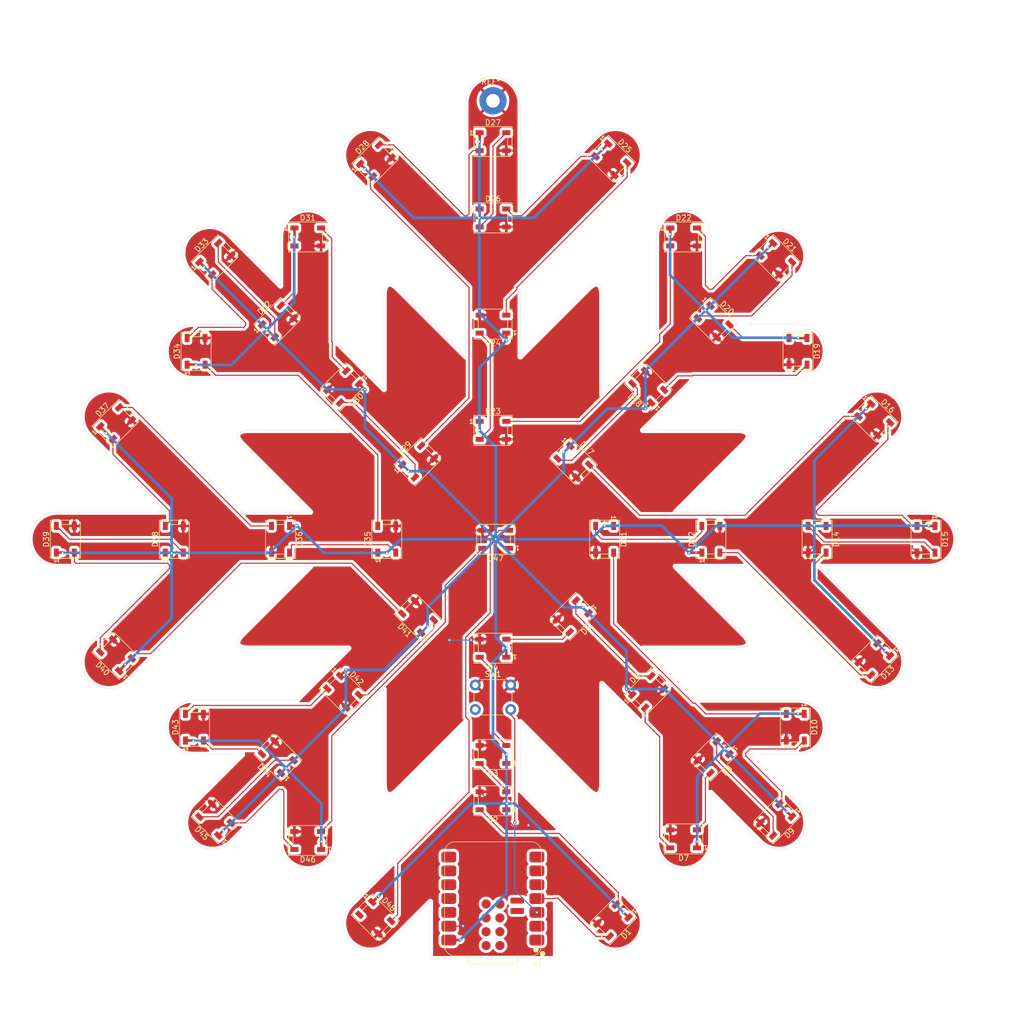
<source format=kicad_pcb>
(kicad_pcb (version 20241129) (generator "pcbnew") (generator_version "8.99")
  (layers (0 "F.Cu" signal) (2 "B.Cu" signal) (13 "F.Paste" user) (15 "B.Paste" user) (5 "F.SilkS" user "F.Silkscreen") (7 "B.SilkS" user "B.Silkscreen") (1 "F.Mask" user) (3 "B.Mask" user) (25 "Edge.Cuts" user))
  (net 0 "")
  (net 1 "VCC")
  (net 2 "LEDs")
  (net 3 "Net-(D1-DOUT)")
  (net 4 "GND")
  (net 5 "Net-(D2-DOUT)")
  (net 6 "Net-(D3-DOUT)")
  (net 7 "Net-(D4-DOUT)")
  (net 8 "Net-(D5-DOUT)")
  (net 9 "Net-(D6-DOUT)")
  (net 10 "Net-(D7-DOUT)")
  (net 11 "Net-(D8-DOUT)")
  (net 12 "Net-(D10-DIN)")
  (net 13 "Net-(D10-DOUT)")
  (net 14 "Net-(D11-DOUT)")
  (net 15 "Net-(D12-DOUT)")
  (net 16 "Net-(D13-DOUT)")
  (net 17 "Net-(D14-DOUT)")
  (net 28 "Net-(U1-GPIO4_A2_D2)")
  (net 37 "Net-(D15-DOUT)")
  (net 38 "Net-(D16-DOUT)")
  (net 39 "Net-(D17-DOUT)")
  (net 40 "Net-(D18-DOUT)")
  (net 41 "Net-(D19-DOUT)")
  (net 42 "Net-(D20-DOUT)")
  (net 43 "Net-(D21-DOUT)")
  (net 44 "Net-(D22-DOUT)")
  (net 45 "Net-(D23-DOUT)")
  (net 46 "Net-(D24-DOUT)")
  (net 47 "Net-(D25-DOUT)")
  (net 48 "Net-(D26-DOUT)")
  (net 49 "Net-(D27-DOUT)")
  (net 50 "Net-(D28-DOUT)")
  (net 51 "Net-(D29-DOUT)")
  (net 52 "Net-(D30-DOUT)")
  (net 53 "Net-(D31-DOUT)")
  (net 54 "Net-(D32-DOUT)")
  (net 55 "Net-(D33-DOUT)")
  (net 56 "Net-(D34-DOUT)")
  (net 57 "Net-(D35-DOUT)")
  (net 58 "Net-(D36-DOUT)")
  (net 59 "Net-(D37-DOUT)")
  (net 60 "Net-(D38-DOUT)")
  (net 61 "Net-(D39-DOUT)")
  (net 62 "Net-(D40-DOUT)")
  (net 63 "Net-(D41-DOUT)")
  (net 64 "Net-(D42-DOUT)")
  (net 65 "Net-(D43-DOUT)")
  (net 66 "Net-(D44-DOUT)")
  (net 67 "Net-(D45-DOUT)")
  (net 68 "Net-(D46-DOUT)")
  (net 69 "Net-(D47-DOUT)")
  (footprint "LED_SMD:LED_WS2812B_PLCC4_5.0x5.0mm_P3.2mm" (layer "F.Cu") (at 162 67 -90)
    (property "Reference" "D19")
    (property "Value" "WS2812B")
  )
  (footprint "LED_SMD:LED_WS2812B_PLCC4_5.0x5.0mm_P3.2mm" (layer "F.Cu") (at 106 28.5)
    (property "Reference" "D27")
    (property "Value" "WS2812B")
  )
  (footprint "LED_SMD:LED_WS2812B_PLCC4_5.0x5.0mm_P3.2mm" (layer "F.Cu") (at 51.2 136 90)
    (property "Reference" "D43")
    (property "Value" "WS2812B")
  )
  (footprint "LED_SMD:LED_WS2812B_PLCC4_5.0x5.0mm_P3.2mm" (layer "F.Cu") (at 106 81.5)
    (property "Reference" "D23")
    (property "Value" "WS2812B")
  )
  (footprint "LED_SMD:LED_WS2812B_PLCC4_5.0x5.0mm_P3.2mm" (layer "F.Cu") (at 66.5 141.5 135)
    (property "Reference" "D44")
    (property "Value" "WS2812B")
  )
  (footprint "LED_SMD:LED_WS2812B_PLCC4_5.0x5.0mm_P3.2mm" (layer "F.Cu") (at 106 42.5)
    (property "Reference" "D26")
    (property "Value" "WS2812B")
  )
  (footprint "LED_SMD:LED_WS2812B_PLCC4_5.0x5.0mm_P3.2mm" (layer "F.Cu") (at 165.5 101.5 -90)
    (property "Reference" "D14")
    (property "Value" "WS2812B")
  )
  (footprint "LED_SMD:LED_WS2812B_PLCC4_5.0x5.0mm_P3.2mm" (layer "F.Cu") (at 36.8 122.8 135)
    (property "Reference" "D40")
    (property "Value" "WS2812B")
  )
  (footprint "LED_SMD:LED_WS2812B_PLCC4_5.0x5.0mm_P3.2mm" (layer "F.Cu") (at 176 123.5 -135)
    (property "Reference" "D13")
    (property "Value" "WS2812B")
  )
  (footprint "LED_SMD:LED_WS2812B_PLCC4_5.0x5.0mm_P3.2mm" (layer "F.Cu") (at 176 79.5 -45)
    (property "Reference" "D16")
    (property "Value" "WS2812B")
  )
  (footprint "LED_SMD:LED_WS2812B_PLCC4_5.0x5.0mm_P3.2mm" (layer "F.Cu") (at 127.736952 31.763052 -45)
    (property "Reference" "D25")
    (property "Value" "WS2812B")
  )
  (footprint "LED_SMD:LED_WS2812B_PLCC4_5.0x5.0mm_P3.2mm" (layer "F.Cu") (at 158 153 -135)
    (property "Reference" "D9")
    (property "Value" "WS2812B")
  )
  (footprint "LED_SMD:LED_WS2812B_PLCC4_5.0x5.0mm_P3.2mm" (layer "F.Cu") (at 51.5 67 90)
    (property "Reference" "D34")
    (property "Value" "WS2812B")
  )
  (footprint "LED_SMD:LED_WS2812B_PLCC4_5.0x5.0mm_P3.2mm" (layer "F.Cu") (at 106 62 180)
    (property "Reference" "D24")
    (property "Value" "WS2812B")
  )
  (footprint "LED_SMD:LED_WS2812B_PLCC4_5.0x5.0mm_P3.2mm" (layer "F.Cu") (at 92.25 115.75 135)
    (property "Reference" "D41")
    (property "Value" "WS2812B")
  )
  (footprint "LED_SMD:LED_WS2812B_PLCC4_5.0x5.0mm_P3.2mm" (layer "F.Cu") (at 84.4 171 -45)
    (property "Reference" "D48")
    (property "Value" "WS2812B")
  )
  (footprint "LED_SMD:LED_WS2812B_PLCC4_5.0x5.0mm_P3.2mm" (layer "F.Cu") (at 47.5 101.5 90)
    (property "Reference" "D38")
    (property "Value" "WS2812B")
  )
  (footprint "LED_SMD:LED_WS2812B_PLCC4_5.0x5.0mm_P3.2mm" (layer "F.Cu") (at 106 121.5 180)
    (property "Reference" "D4")
    (property "Value" "WS2812B")
  )
  (footprint "LED_SMD:LED_WS2812B_PLCC4_5.0x5.0mm_P3.2mm" (layer "F.Cu") (at 55 153 135)
    (property "Reference" "D45")
    (property "Value" "WS2812B")
  )
  (footprint "LED_SMD:LED_WS2812B_PLCC4_5.0x5.0mm_P3.2mm" (layer "F.Cu") (at 120.642135 115.642136 -135)
    (property "Reference" "D5")
    (property "Value" "WS2812B")
  )
  (footprint "LED_SMD:LED_WS2812B_PLCC4_5.0x5.0mm_P3.2mm" (layer "F.Cu") (at 55 50 45)
    (property "Reference" "D33")
    (property "Value" "WS2812B")
  )
  (footprint "LED_SMD:LED_WS2812B_PLCC4_5.0x5.0mm_P3.2mm" (layer "F.Cu") (at 128 171.5 -135)
    (property "Reference" "D1")
    (property "Value" "WS2812B")
  )
  (footprint "LED_SMD:LED_WS2812B_PLCC4_5.0x5.0mm_P3.2mm" (layer "F.Cu") (at 66.5 61.5 45)
    (property "Reference" "D32")
    (property "Value" "WS2812B")
  )
  (footprint "LED_SMD:LED_WS2812B_PLCC4_5.0x5.0mm_P3.2mm" (layer "F.Cu") (at 78.5 129.5 -45)
    (property "Reference" "D42")
    (property "Value" "WS2812B")
  )
  (footprint "LED_SMD:LED_WS2812B_PLCC4_5.0x5.0mm_P3.2mm" (layer "F.Cu") (at 185.5 101.5 -90)
    (property "Reference" "D15")
    (property "Value" "WS2812B")
  )
  (footprint "LED_SMD:LED_WS2812B_PLCC4_5.0x5.0mm_P3.2mm" (layer "F.Cu") (at 72 46)
    (property "Reference" "D31")
    (property "Value" "WS2812B")
  )
  (footprint "LED_SMD:LED_WS2812B_PLCC4_5.0x5.0mm_P3.2mm" (layer "F.Cu") (at 106 141 180)
    (property "Reference" "D3")
    (property "Value" "WS2812B")
  )
  (footprint "LED_SMD:LED_WS2812B_PLCC4_5.0x5.0mm_P3.2mm" (layer "F.Cu") (at 126.5 101.5 -90)
    (property "Reference" "D11")
    (property "Value" "WS2812B")
  )
  (footprint "LED_SMD:LED_WS2812B_PLCC4_5.0x5.0mm_P3.2mm" (layer "F.Cu") (at 146.5 61.5 -45)
    (property "Reference" "D20")
    (property "Value" "WS2812B")
  )
  (footprint "LED_SMD:LED_WS2812B_PLCC4_5.0x5.0mm_P3.2mm" (layer "F.Cu") (at 106 149.5 180)
    (property "Reference" "D2")
    (property "Value" "WS2812B")
  )
  (footprint "Button_Switch_THT:SW_PUSH_6mm" (layer "F.Cu") (at 102.75 128.25)
    (property "Reference" "SW1")
    (property "Value" "SW_Push")
  )
  (footprint "LED_SMD:LED_WS2812B_PLCC4_5.0x5.0mm_P3.2mm" (layer "F.Cu") (at 86.5 101.5 90)
    (property "Reference" "D35")
    (property "Value" "WS2812B")
  )
  (footprint "LED_SMD:LED_WS2812B_PLCC4_5.0x5.0mm_P3.2mm" (layer "F.Cu") (at 84.5 32 45)
    (property "Reference" "D28")
    (property "Value" "WS2812B")
  )
  (footprint "LED_SMD:LED_WS2812B_PLCC4_5.0x5.0mm_P3.2mm" (layer "F.Cu") (at 146.5 141.5 -135)
    (property "Reference" "D8")
    (property "Value" "WS2812B")
  )
  (footprint "LED_SMD:LED_WS2812B_PLCC4_5.0x5.0mm_P3.2mm" (layer "F.Cu") (at 27.5 101.5 90)
    (property "Reference" "D39")
    (property "Value" "WS2812B")
  )
  (footprint "LED_SMD:LED_WS2812B_PLCC4_5.0x5.0mm_P3.2mm" (layer "F.Cu") (at 106.5 101.5 180)
    (property "Reference" "D47")
    (property "Value" "WS2812B")
  )
  (footprint "LED_SMD:LED_WS2812B_PLCC4_5.0x5.0mm_P3.2mm" (layer "F.Cu") (at 161.5 136 -90)
    (property "Reference" "D10")
    (property "Value" "WS2812B")
  )
  (footprint "MountingHole:MountingHole_2.5mm_Pad" (layer "F.Cu") (at 106 21)
    (property "Reference" "REF**")
    (property "Value" "MountingHole_2.5mm_Pad")
  )
  (footprint "LED_SMD:LED_WS2812B_PLCC4_5.0x5.0mm_P3.2mm" (layer "F.Cu") (at 141 46)
    (property "Reference" "D22")
    (property "Value" "WS2812B")
  )
  (footprint "LED_SMD:LED_WS2812B_PLCC4_5.0x5.0mm_P3.2mm" (layer "F.Cu") (at 67 101.5 -90)
    (property "Reference" "D36")
    (property "Value" "WS2812B")
  )
  (footprint "LED_SMD:LED_WS2812B_PLCC4_5.0x5.0mm_P3.2mm" (layer "F.Cu") (at 92.25 87.25 45)
    (property "Reference" "D29")
    (property "Value" "WS2812B")
  )
  (footprint "LED_SMD:LED_WS2812B_PLCC4_5.0x5.0mm_P3.2mm" (layer "F.Cu") (at 72 156.8 180)
    (property "Reference" "D46")
    (property "Value" "WS2812B")
  )
  (footprint "LED_SMD:LED_WS2812B_PLCC4_5.0x5.0mm_P3.2mm" (layer "F.Cu") (at 36.8 80.2 45)
    (property "Reference" "D37")
    (property "Value" "WS2812B")
  )
  (footprint "LED_SMD:LED_WS2812B_PLCC4_5.0x5.0mm_P3.2mm" (layer "F.Cu") (at 78.5 73.5 -135)
    (property "Reference" "D30")
    (property "Value" "WS2812B")
  )
  (footprint "LED_SMD:LED_WS2812B_PLCC4_5.0x5.0mm_P3.2mm" (layer "F.Cu") (at 146 101.5 90)
    (property "Reference" "D12")
    (property "Value" "WS2812B")
  )
  (footprint "LED_SMD:LED_WS2812B_PLCC4_5.0x5.0mm_P3.2mm" (layer "F.Cu") (at 141 156.5 180)
    (property "Reference" "D7")
    (property "Value" "WS2812B")
  )
  (footprint "LED_SMD:LED_WS2812B_PLCC4_5.0x5.0mm_P3.2mm" (layer "F.Cu") (at 134.5 73.5 135)
    (property "Reference" "D18")
    (property "Value" "WS2812B")
  )
  (footprint "LED_SMD:LED_WS2812B_PLCC4_5.0x5.0mm_P3.2mm" (layer "F.Cu") (at 120.75 87.25 -45)
    (property "Reference" "D17")
    (property "Value" "WS2812B")
  )
  (footprint "USBC:XIAO-ESP32S3-SMD" (layer "F.Cu") (at 106 167.5 180)
    (property "Reference" "U1")
    (property "Value" "XIAO-ESP32-C3-SMD")
  )
  (footprint "LED_SMD:LED_WS2812B_PLCC4_5.0x5.0mm_P3.2mm" (layer "F.Cu") (at 134.5 129.5 45)
    (property "Reference" "D6")
    (property "Value" "WS2812B")
  )
  (footprint "LED_SMD:LED_WS2812B_PLCC4_5.0x5.0mm_P3.2mm" (layer "F.Cu") (at 158 50 -45)
    (property "Reference" "D21")
    (property "Value" "WS2812B")
  )
  (gr_line (start 32 120.5) (end 46 106.5) (stroke (width 0.05)) (layer "Edge.Cuts"))
  (gr_curve (pts (xy 123.5 55.5) (xy 126 53) (xy 126 56.5) (xy 126 56.5)) (stroke (width 0.05)) (layer "Edge.Cuts"))
  (gr_line (start 162 53) (end 153 62) (stroke (width 0.05)) (layer "Edge.Cuts"))
  (gr_line (start 143 131) (end 162 131) (stroke (width 0.05)) (layer "Edge.Cuts"))
  (gr_arc (start 58 157) (mid 51 157) (end 51 150) (stroke (width 0.05)) (layer "Edge.Cuts"))
  (gr_line (start 79.5 121.5) (end 61 121.5) (stroke (width 0.05)) (layer "Edge.Cuts"))
  (gr_arc (start 186 96.5) (mid 191 101.5) (end 186 106.5) (stroke (width 0.05)) (layer "Edge.Cuts"))
  (gr_arc (start 39 127.5) (mid 32 127.5) (end 32 120.5) (stroke (width 0.05)) (layer "Edge.Cuts"))
  (gr_line (start 86 74) (end 86 56.5) (stroke (width 0.05)) (layer "Edge.Cuts"))
  (gr_line (start 70 131) (end 79.5 121.5) (stroke (width 0.05)) (layer "Edge.Cuts"))
  (gr_line (start 51 150) (end 60 141) (stroke (width 0.05)) (layer "Edge.Cuts"))
  (gr_line (start 101 147.5) (end 101 135) (stroke (width 0.05)) (layer "Edge.Cuts"))
  (gr_line (start 117.5 168) (end 117.5 178.5) (stroke (width 0.05)) (layer "Edge.Cuts"))
  (gr_line (start 152 96.5) (end 173 75.5) (stroke (width 0.05)) (layer "Edge.Cuts"))
  (gr_curve (pts (xy 88.5 147.5) (xy 86 150) (xy 86 146.5) (xy 86 146.5)) (stroke (width 0.05)) (layer "Edge.Cuts"))
  (gr_curve (pts (xy 152 84) (xy 154.5 81.5) (xy 151 81.5) (xy 151 81.5)) (stroke (width 0.05)) (layer "Edge.Cuts"))
  (gr_line (start 126 75) (end 136 65) (stroke (width 0.05)) (layer "Edge.Cuts"))
  (gr_arc (start 87 175.5) (mid 80 175.5) (end 80 168.5) (stroke (width 0.05)) (layer "Edge.Cuts"))
  (gr_line (start 123.5 147.5) (end 111 135) (stroke (width 0.05)) (layer "Edge.Cuts"))
  (gr_line (start 77 65) (end 86 74) (stroke (width 0.05)) (layer "Edge.Cuts"))
  (gr_line (start 132 34.5) (end 111 55.5) (stroke (width 0.05)) (layer "Edge.Cuts"))
  (gr_arc (start 50.5 52.5) (mid 50.5 45.5) (end 57.5 45.5) (stroke (width 0.05)) (layer "Edge.Cuts"))
  (gr_arc (start 125 27.5) (mid 132 27.5) (end 132 34.5) (stroke (width 0.05)) (layer "Edge.Cuts"))
  (gr_line (start 143 72) (end 133.5 81.5) (stroke (width 0.05)) (layer "Edge.Cuts"))
  (gr_line (start 87 27.5) (end 101 41.5) (stroke (width 0.05)) (layer "Edge.Cuts"))
  (gr_curve (pts (xy 88.5 55.5) (xy 86 53) (xy 86 56.5) (xy 86 56.5)) (stroke (width 0.05)) (layer "Edge.Cuts"))
  (gr_line (start 86 146.5) (end 86 129) (stroke (width 0.05)) (layer "Edge.Cuts"))
  (gr_curve (pts (xy 60 84) (xy 57.5 81.5) (xy 61 81.5) (xy 61 81.5)) (stroke (width 0.05)) (layer "Edge.Cuts"))
  (gr_arc (start 77 157) (mid 72 162) (end 67 157) (stroke (width 0.05)) (layer "Edge.Cuts"))
  (gr_arc (start 32 82.5) (mid 32 75.5) (end 39 75.5) (stroke (width 0.05)) (layer "Edge.Cuts"))
  (gr_line (start 79.5 81.5) (end 70 72) (stroke (width 0.05)) (layer "Edge.Cuts"))
  (gr_line (start 46 96.5) (end 32 82.5) (stroke (width 0.05)) (layer "Edge.Cuts"))
  (gr_line (start 180 82.5) (end 166 96.5) (stroke (width 0.05)) (layer "Edge.Cuts"))
  (gr_curve (pts (xy 60 119) (xy 57.5 121.5) (xy 61 121.5) (xy 61 121.5)) (stroke (width 0.05)) (layer "Edge.Cuts"))
  (gr_line (start 146 55) (end 155 46) (stroke (width 0.05)) (layer "Edge.Cuts"))
  (gr_line (start 133.5 121.5) (end 143 131) (stroke (width 0.05)) (layer "Edge.Cuts"))
  (gr_line (start 152 84) (end 139.5 96.5) (stroke (width 0.05)) (layer "Edge.Cuts"))
  (gr_line (start 94.5 168) (end 87 175.5) (stroke (width 0.05)) (layer "Edge.Cuts"))
  (gr_arc (start 67 46) (mid 72 41) (end 77 46) (stroke (width 0.05)) (layer "Edge.Cuts"))
  (gr_line (start 39 75.5) (end 60 96.5) (stroke (width 0.05)) (layer "Edge.Cuts"))
  (gr_line (start 86 129) (end 77 138) (stroke (width 0.05)) (layer "Edge.Cuts"))
  (gr_line (start 111 41.5) (end 125 27.5) (stroke (width 0.05)) (layer "Edge.Cuts"))
  (gr_line (start 125 175.5) (end 117.5 168) (stroke (width 0.05)) (layer "Edge.Cuts"))
  (gr_line (start 80 168.5) (end 101 147.5) (stroke (width 0.05)) (layer "Edge.Cuts"))
  (gr_line (start 126 56.5) (end 126 75) (stroke (width 0.05)) (layer "Edge.Cuts"))
  (gr_line (start 152 106.5) (end 139.5 106.5) (stroke (width 0.05)) (layer "Edge.Cuts"))
  (gr_line (start 153 62) (end 162 62) (stroke (width 0.05)) (layer "Edge.Cuts"))
  (gr_line (start 166 106.5) (end 180 120.5) (stroke (width 0.05)) (layer "Edge.Cuts"))
  (gr_arc (start 146 157) (mid 141 162) (end 136 157) (stroke (width 0.05)) (layer "Edge.Cuts"))
  (gr_line (start 173 127.5) (end 152 106.5) (stroke (width 0.05)) (layer "Edge.Cuts"))
  (gr_line (start 101 135) (end 88.5 147.5) (stroke (width 0.05)) (layer "Edge.Cuts"))
  (gr_line (start 67 148) (end 58 157) (stroke (width 0.05)) (layer "Edge.Cuts"))
  (gr_line (start 60 141) (end 51 141) (stroke (width 0.05)) (layer "Edge.Cuts"))
  (gr_arc (start 155 46) (mid 162 46) (end 162 53) (stroke (width 0.05)) (layer "Edge.Cuts"))
  (gr_line (start 46 106.5) (end 26 106.5) (stroke (width 0.05)) (layer "Edge.Cuts"))
  (gr_arc (start 136 46) (mid 141 41) (end 146 46) (stroke (width 0.05)) (layer "Edge.Cuts"))
  (gr_line (start 77 46) (end 77 65) (stroke (width 0.05)) (layer "Edge.Cuts"))
  (gr_curve (pts (xy 123.5 147.5) (xy 126 150) (xy 126 146.5) (xy 126 146.5)) (stroke (width 0.05)) (layer "Edge.Cuts"))
  (gr_arc (start 80 34.5) (mid 80 27.5) (end 87 27.5) (stroke (width 0.05)) (layer "Edge.Cuts"))
  (gr_line (start 72.5 96.5) (end 60 84) (stroke (width 0.05)) (layer "Edge.Cuts"))
  (gr_line (start 61 81.5) (end 79.5 81.5) (stroke (width 0.05)) (layer "Edge.Cuts"))
  (gr_arc (start 162 62) (mid 167 67) (end 162 72) (stroke (width 0.05)) (layer "Edge.Cuts"))
  (gr_line (start 101 55.5) (end 80 34.5) (stroke (width 0.05)) (layer "Edge.Cuts"))
  (gr_line (start 166 96.5) (end 186 96.5) (stroke (width 0.05)) (layer "Edge.Cuts"))
  (gr_line (start 111 21.5) (end 111 41.5) (stroke (width 0.05)) (layer "Edge.Cuts"))
  (gr_arc (start 51 72) (mid 46 67) (end 51 62) (stroke (width 0.05)) (layer "Edge.Cuts"))
  (gr_line (start 94.5 178.5) (end 94.5 168) (stroke (width 0.05)) (layer "Edge.Cuts"))
  (gr_line (start 133.5 81.5) (end 151 81.5) (stroke (width 0.05)) (layer "Edge.Cuts"))
  (gr_line (start 111 147.5) (end 132 168.5) (stroke (width 0.05)) (layer "Edge.Cuts"))
  (gr_line (start 146 148) (end 146 157) (stroke (width 0.05)) (layer "Edge.Cuts"))
  (gr_line (start 155 157) (end 146 148) (stroke (width 0.05)) (layer "Edge.Cuts"))
  (gr_line (start 72.5 106.5) (end 60 106.5) (stroke (width 0.05)) (layer "Edge.Cuts"))
  (gr_line (start 70 72) (end 51 72) (stroke (width 0.05)) (layer "Edge.Cuts"))
  (gr_arc (start 51 141) (mid 46 136) (end 51 131) (stroke (width 0.05)) (layer "Edge.Cuts"))
  (gr_curve (pts (xy 152 119) (xy 154.5 121.5) (xy 151 121.5) (xy 151 121.5)) (stroke (width 0.05)) (layer "Edge.Cuts"))
  (gr_line (start 126 128) (end 126 146.5) (stroke (width 0.05)) (layer "Edge.Cuts"))
  (gr_line (start 60 96.5) (end 72.5 96.5) (stroke (width 0.05)) (layer "Edge.Cuts"))
  (gr_line (start 117.5 178.5) (end 94.5 178.5) (stroke (width 0.05)) (layer "Edge.Cuts"))
  (gr_line (start 77 138) (end 77 157) (stroke (width 0.05)) (layer "Edge.Cuts"))
  (gr_line (start 88.5 55.5) (end 101 68) (stroke (width 0.05)) (layer "Edge.Cuts"))
  (gr_arc (start 180 120.5) (mid 180 127.5) (end 173 127.5) (stroke (width 0.05)) (layer "Edge.Cuts"))
  (gr_line (start 136 157) (end 136 138) (stroke (width 0.05)) (layer "Edge.Cuts"))
  (gr_line (start 26 96.5) (end 46 96.5) (stroke (width 0.05)) (layer "Edge.Cuts"))
  (gr_arc (start 101 21.5) (mid 106 16.5) (end 111 21.5) (stroke (width 0.05)) (layer "Edge.Cuts"))
  (gr_line (start 136 65) (end 136 46) (stroke (width 0.05)) (layer "Edge.Cuts"))
  (gr_line (start 186 106.5) (end 166 106.5) (stroke (width 0.05)) (layer "Edge.Cuts"))
  (gr_line (start 153 141) (end 162 150) (stroke (width 0.05)) (layer "Edge.Cuts"))
  (gr_line (start 146 46) (end 146 55) (stroke (width 0.05)) (layer "Edge.Cuts"))
  (gr_line (start 51 62) (end 60 62) (stroke (width 0.05)) (layer "Edge.Cuts"))
  (gr_line (start 111 55.5) (end 111 68) (stroke (width 0.05)) (layer "Edge.Cuts"))
  (gr_arc (start 132 168.5) (mid 131.999997 175.499997) (end 125 175.5) (stroke (width 0.05)) (layer "Edge.Cuts"))
  (gr_line (start 60 62) (end 50.5 52.5) (stroke (width 0.05)) (layer "Edge.Cuts"))
  (gr_arc (start 26 106.5) (mid 21 101.5) (end 26 96.5) (stroke (width 0.05)) (layer "Edge.Cuts"))
  (gr_line (start 162 72) (end 143 72) (stroke (width 0.05)) (layer "Edge.Cuts"))
  (gr_line (start 111 68) (end 123.5 55.5) (stroke (width 0.05)) (layer "Edge.Cuts"))
  (gr_arc (start 162 131) (mid 167 136) (end 162 141) (stroke (width 0.05)) (layer "Edge.Cuts"))
  (gr_line (start 101 41.5) (end 101 21.5) (stroke (width 0.05)) (layer "Edge.Cuts"))
  (gr_arc (start 173 75.5) (mid 180 75.5) (end 180 82.5) (stroke (width 0.05)) (layer "Edge.Cuts"))
  (gr_line (start 162 141) (end 153 141) (stroke (width 0.05)) (layer "Edge.Cuts"))
  (gr_line (start 51 131) (end 70 131) (stroke (width 0.05)) (layer "Edge.Cuts"))
  (gr_line (start 60 119) (end 72.5 106.5) (stroke (width 0.05)) (layer "Edge.Cuts"))
  (gr_line (start 101 68) (end 101 55.5) (stroke (width 0.05)) (layer "Edge.Cuts"))
  (gr_arc (start 162 150) (mid 162 157) (end 155 157) (stroke (width 0.05)) (layer "Edge.Cuts"))
  (gr_line (start 139.5 106.5) (end 152 119) (stroke (width 0.05)) (layer "Edge.Cuts"))
  (gr_line (start 67 157) (end 67 148) (stroke (width 0.05)) (layer "Edge.Cuts"))
  (gr_line (start 39 127.5) (end 60 106.5) (stroke (width 0.05)) (layer "Edge.Cuts"))
  (gr_line (start 57.5 45.5) (end 67 55) (stroke (width 0.05)) (layer "Edge.Cuts"))
  (gr_line (start 111 135) (end 111 147.5) (stroke (width 0.05)) (layer "Edge.Cuts"))
  (gr_line (start 136 138) (end 126 128) (stroke (width 0.05)) (layer "Edge.Cuts"))
  (gr_line (start 67 55) (end 67 46) (stroke (width 0.05)) (layer "Edge.Cuts"))
  (gr_line (start 151 121.5) (end 133.5 121.5) (stroke (width 0.05)) (layer "Edge.Cuts"))
  (gr_line (start 139.5 96.5) (end 152 96.5) (stroke (width 0.05)) (layer "Edge.Cuts"))
  (segment (start 67.065685 144.399138) (end 67.100862 144.399138) (width 0.5) (layer "F.Cu") (net 1))
  (segment (start 74.5 158.4) (end 74.5 157) (width 0.5) (layer "F.Cu") (net 1))
  (segment (start 92.850862 118.649138) (end 94 117.5) (width 0.5) (layer "F.Cu") (net 1))
  (segment (start 142.05 103.95) (end 142 104) (width 0.5) (layer "F.Cu") (net 1))
  (segment (start 160.899138 152.434315) (end 160.899138 152.399138) (width 0.5) (layer "F.Cu") (net 1))
  (segment (start 130.899138 170.899138) (end 130 170) (width 0.5) (layer "F.Cu") (net 1))
  (segment (start 81.434315 72.934315) (end 82.5 74) (width 0.5) (layer "F.Cu") (net 1))
  (segment (start 149.399138 140.934315) (end 149.399138 140.899138) (width 0.5) (layer "F.Cu") (net 1))
  (segment (start 92.815685 118.649138) (end 92.850862 118.649138) (width 0.5) (layer "F.Cu") (net 1))
  (segment (start 135.065685 76.434315) (end 134 77.5) (width 0.5) (layer "F.Cu") (net 1))
  (segment (start 74.45 158.45) (end 74.5 158.4) (width 0.5) (layer "F.Cu") (net 1))
  (segment (start 135.065685 76.399138) (end 135.065685 76.434315) (width 0.5) (layer "F.Cu") (net 1))
  (segment (start 187.15 99.05) (end 186.05 99.05) (width 0.5) (layer "F.Cu") (net 1))
  (segment (start 160.899138 152.399138) (end 160 151.5) (width 0.5) (layer "F.Cu") (net 1))
  (segment (start 108.45 63.65) (end 108.45 64.95) (width 0.5) (layer "F.Cu") (net 1))
  (segment (start 103.55 28.45) (end 103.5 28.5) (width 0.5) (layer "F.Cu") (net 1))
  (segment (start 25.85 103.95) (end 26.95 103.95) (width 0.5) (layer "F.Cu") (net 1))
  (segment (start 108.45 64.95) (end 108.5 65) (width 0.5) (layer "F.Cu") (net 1))
  (segment (start 69.55 44.35) (end 69.55 45.95) (width 0.5) (layer "F.Cu") (net 1))
  (segment (start 108.95 103.15) (end 108.15 103.15) (width 0.5) (layer "F.Cu") (net 1))
  (segment (start 67.100862 144.399138) (end 68 143.5) (width 0.5) (layer "F.Cu") (net 1))
  (segment (start 149.399138 140.899138) (end 148.5 140) (width 0.5) (layer "F.Cu") (net 1))
  (segment (start 157.399138 47.100862) (end 156.5 48) (width 0.5) (layer "F.Cu") (net 1))
  (segment (start 175.399138 76.600862) (end 174.5 77.5) (width 0.5) (layer "F.Cu") (net 1))
  (segment (start 46.95 103.95) (end 47 104) (width 0.5) (layer "F.Cu") (net 1))
  (segment (start 127.171267 28.863914) (end 127.136086 28.863914) (width 0.5) (layer "F.Cu") (net 1))
  (segment (start 83.834315 168.100862) (end 83.899138 168.100862) (width 0.5) (layer "F.Cu") (net 1))
  (segment (start 162.05 64.55) (end 162 64.5) (width 0.5) (layer "F.Cu") (net 1))
  (segment (start 89.350862 87.850862) (end 90.5 89) (width 0.5) (layer "F.Cu") (net 1))
  (segment (start 52.100862 50.600862) (end 53 51.5) (width 0.5) (layer "F.Cu") (net 1))
  (segment (start 144.35 103.95) (end 142.05 103.95) (width 0.5) (layer "F.Cu") (net 1))
  (segment (start 69.55 45.95) (end 69.5 46) (width 0.5) (layer "F.Cu") (net 1))
  (segment (start 123.541273 115.076451) (end 122.5 114.035178) (width 0.5) (layer "F.Cu") (net 1))
  (segment (start 26.95 103.95) (end 27 104) (width 0.5) (layer "F.Cu") (net 1))
  (segment (start 103.55 79.85) (end 103.55 81.45) (width 0.5) (layer "F.Cu") (net 1))
  (segment (start 120.149138 84.350862) (end 119 85.5) (width 0.5) (layer "F.Cu") (net 1))
  (segment (start 33.900862 80.765685) (end 33.900862 80.900862) (width 0.5) (layer "F.Cu") (net 1))
  (segment (start 128.15 99.05) (end 126.55 99.05) (width 0.5) (layer "F.Cu") (net 1))
  (segment (start 108.45 151.15) (end 108.45 150.05) (width 0.5) (layer "F.Cu") (net 1))
  (segment (start 97.896364 175.073) (end 99.927 175.073) (width 0.5) (layer "F.Cu") (net 1))
  (segment (start 33.900862 80.900862) (end 35 82) (width 0.5) (layer "F.Cu") (net 1))
  (segment (start 55.565685 155.899138) (end 55.600862 155.899138) (width 0.5) (layer "F.Cu") (net 1))
  (segment (start 108.45 141.05) (end 108.5 141) (width 0.5) (layer "F.Cu") (net 1))
  (segment (start 130.899138 170.934315) (end 130.899138 170.899138) (width 0.5) (layer "F.Cu") (net 1))
  (segment (start 145.934315 58.600862) (end 145.899138 58.600862) (width 0.5) (layer "F.Cu") (net 1))
  (segment (start 103.55 40.85) (end 103.55 42.45) (width 0.5) (layer "F.Cu") (net 1))
  (segment (start 68.65 99.05) (end 69.95 99.05) (width 0.5) (layer "F.Cu") (net 1))
  (segment (start 165 99) (end 166.05 99.05) (width 0.5) (layer "F.Cu") (net 1))
  (segment (start 178.899138 122.899138) (end 178 122) (width 0.5) (layer "F.Cu") (net 1))
  (segment (start 45.85 103.95) (end 46.95 103.95) (width 0.5) (layer "F.Cu") (net 1))
  (segment (start 157.434315 47.100862) (end 157.399138 47.100862) (width 0.5) (layer "F.Cu") (net 1))
  (segment (start 55.600862 155.899138) (end 56.5 155) (width 0.5) (layer "F.Cu") (net 1))
  (segment (start 37.365685 125.699138) (end 37.365685 125.634315) (width 0.5) (layer "F.Cu") (net 1))
  (segment (start 63.600862 62.065685) (end 63.600862 62.100862) (width 0.5) (layer "F.Cu") (net 1))
  (segment (start 178.899138 122.934315) (end 178.899138 122.899138) (width 0.5) (layer "F.Cu") (net 1))
  (segment (start 163.15 133.55) (end 162.05 133.55) (width 0.5) (layer "F.Cu") (net 1))
  (segment (start 131.600862 130.065685) (end 131.565685 130.065685) (width 0.5) (layer "F.Cu") (net 1))
  (segment (start 49.85 69.45) (end 51.45 69.45) (width 0.5) (layer "F.Cu") (net 1))
  (segment (start 103.55 26.85) (end 103.55 28.45) (width 0.5) (layer "F.Cu") (net 1))
  (segment (start 51.45 69.45) (end 51.5 69.5) (width 0.5) (layer "F.Cu") (net 1))
  (segment (start 77.934315 126.565685) (end 79 125.5) (width 0.5) (layer "F.Cu") (net 1))
  (segment (start 81.399138 72.934315) (end 81.434315 72.934315) (width 0.5) (layer "F.Cu") (net 1))
  (segment (start 81.600862 32.600862) (end 82.5 33.5) (width 0.5) (layer "F.Cu") (net 1))
  (segment (start 84.85 103.95) (end 86.45 103.95) (width 0.5) (layer "F.Cu") (net 1))
  (segment (start 99.927 175.073) (end 100 175) (width 0.5) (layer "F.Cu") (net 1))
  (segment (start 108.45 150.05) (end 108.5 150) (width 0.5) (layer "F.Cu") (net 1))
  (segment (start 162.05 133.55) (end 162 133.5) (width 0.5) (layer "F.Cu") (net 1))
  (segment (start 103.55 42.45) (end 103.5 42.5) (width 0.5) (layer "F.Cu") (net 1))
  (segment (start 103.55 81.45) (end 103.5 81.5) (width 0.5) (layer "F.Cu") (net 1))
  (segment (start 143.45 157.05) (end 143.5 157) (width 0.5) (layer "F.Cu") (net 1))
  (segment (start 63.600862 62.100862) (end 64.5 63) (width 0.5) (layer "F.Cu") (net 1))
  (segment (start 86.45 103.95) (end 86.5 104) (width 0.5) (layer "F.Cu") (net 1))
  (segment (start 81.600862 32.565685) (end 81.600862 32.600862) (width 0.5) (layer "F.Cu") (net 1))
  (segment (start 108.45 121.55) (end 108.5 121.5) (width 0.5) (layer "F.Cu") (net 1))
  (segment (start 163.65 64.55) (end 162.05 64.55) (width 0.5) (layer "F.Cu") (net 1))
  (segment (start 126.55 99.05) (end 126.5 99) (width 0.5) (layer "F.Cu") (net 1))
  (segment (start 83.899138 168.100862) (end 85 167) (width 0.5) (layer "F.Cu") (net 1))
  (segment (start 77.934315 126.600862) (end 77.934315 126.565685) (width 0.5) (layer "F.Cu") (net 1))
  (segment (start 166.05 99.05) (end 167.15 99.05) (width 0.5) (layer "F.Cu") (net 1))
  (segment (start 89.350862 87.815685) (end 89.350862 87.850862) (width 0.5) (layer "F.Cu") (net 1))
  (segment (start 49.55 138.45) (end 50.95 138.45) (width 0.5) (layer "F.Cu") (net 1))
  (segment (start 120.184315 84.350862) (end 120.149138 84.350862) (width 0.5) (layer "F.Cu") (net 1))
  (segment (start 69.95 99.05) (end 70 99) (width 0.5) (layer "F.Cu") (net 1))
  (segment (start 143.45 158.15) (end 143.45 157.05) (width 0.5) (layer "F.Cu") (net 1))
  (segment (start 122.5 114.035178) (end 122.5 114) (width 0.5) (layer "F.Cu") (net 1))
  (segment (start 108.45 142.65) (end 108.45 141.05) (width 0.5) (layer "F.Cu") (net 1))
  (segment (start 175.434315 76.600862) (end 175.399138 76.600862) (width 0.5) (layer "F.Cu") (net 1))
  (segment (start 50.95 138.45) (end 51 138.5) (width 0.5) (layer "F.Cu") (net 1))
  (segment (start 138.55 45.45) (end 138.5 45.5) (width 0.5) (layer "F.Cu") (net 1))
  (segment (start 145.899138 58.600862) (end 145 59.5) (width 0.5) (layer "F.Cu") (net 1))
  (segment (start 186.05 99.05) (end 186 99) (width 0.5) (layer "F.Cu") (net 1))
  (segment (start 37.365685 125.634315) (end 38.5 124.5) (width 0.5) (layer "F.Cu") (net 1))
  (segment (start 131.565685 130.065685) (end 130.5 129) (width 0.5) (layer "F.Cu") (net 1))
  (segment (start 108.45 123.15) (end 108.45 121.55) (width 0.5) (layer "F.Cu") (net 1))
  (segment (start 138.55 44.35) (end 138.55 45.45) (width 0.5) (layer "F.Cu") (net 1))
  (segment (start 108.15 103.15) (end 106.5 101.5) (width 0.5) (layer "F.Cu") (net 1))
  (segment (start 52.100862 50.565685) (end 52.100862 50.600862) (width 0.5) (layer "F.Cu") (net 1))
  (segment (start 127.136086 28.863914) (end 126 30) (width 0.5) (layer "F.Cu") (net 1))
  (via (at 130.5 129) (size 0.6) (drill 0.3) (layers "F.Cu" "B.Cu") (net 1))
  (via (at 56.5 155) (size 0.6) (drill 0.3) (layers "F.Cu" "B.Cu") (net 1))
  (via (at 103.5 81.5) (size 0.6) (drill 0.3) (layers "F.Cu" "B.Cu") (net 1))
  (via (at 90.5 89) (size 0.6) (drill 0.3) (layers "F.Cu" "B.Cu") (net 1))
  (via (at 145 59.5) (size 0.6) (drill 0.3) (layers "F.Cu" "B.Cu") (net 1))
  (via (at 174.5 77.5) (size 0.6) (drill 0.3) (layers "F.Cu" "B.Cu") (net 1))
  (via (at 160 151.5) (size 0.6) (drill 0.3) (layers "F.Cu" "B.Cu") (net 1))
  (via (at 38.5 124.5) (size 0.6) (drill 0.3) (layers "F.Cu" "B.Cu") (net 1))
  (via (at 108.5 141) (size 0.6) (drill 0.3) (layers "F.Cu" "B.Cu") (net 1))
  (via (at 119 85.5) (size 0.6) (drill 0.3) (layers "F.Cu" "B.Cu") (net 1))
  (via (at 74.5 157) (size 0.6) (drill 0.3) (layers "F.Cu" "B.Cu") (net 1))
  (via (at 82.5 74) (size 0.6) (drill 0.3) (layers "F.Cu" "B.Cu") (net 1))
  (via (at 134 77.5) (size 0.6) (drill 0.3) (layers "F.Cu" "B.Cu") (net 1))
  (via (at 106.5 101.5) (size 0.6) (drill 0.3) (layers "F.Cu" "B.Cu") (net 1))
  (via (at 64.5 63) (size 0.6) (drill 0.3) (layers "F.Cu" "B.Cu") (net 1))
  (via (at 27 104) (size 0.6) (drill 0.3) (layers "F.Cu" "B.Cu") (net 1))
  (via (at 122.5 114) (size 0.6) (drill 0.3) (layers "F.Cu" "B.Cu") (net 1))
  (via (at 156.5 48) (size 0.6) (drill 0.3) (layers "F.Cu" "B.Cu") (net 1))
  (via (at 165 99) (size 0.6) (drill 0.3) (layers "F.Cu" "B.Cu") (net 1))
  (via (at 51.5 69.5) (size 0.6) (drill 0.3) (layers "F.Cu" "B.Cu") (net 1))
  (via (at 138.5 45.5) (size 0.6) (drill 0.3) (layers "F.Cu" "B.Cu") (net 1))
  (via (at 86.5 104) (size 0.6) (drill 0.3) (layers "F.Cu" "B.Cu") (net 1))
  (via (at 162 64.5) (size 0.6) (drill 0.3) (layers "F.Cu" "B.Cu") (net 1))
  (via (at 68 143.5) (size 0.6) (drill 0.3) (layers "F.Cu" "B.Cu") (net 1))
  (via (at 47 104) (size 0.6) (drill 0.3) (layers "F.Cu" "B.Cu") (net 1))
  (via (at 79 125.5) (size 0.6) (drill 0.3) (layers "F.Cu" "B.Cu") (net 1))
  (via (at 94 117.5) (size 0.6) (drill 0.3) (layers "F.Cu" "B.Cu") (net 1))
  (via (at 143.5 157) (size 0.6) (drill 0.3) (layers "F.Cu" "B.Cu") (net 1))
  (via (at 186 99) (size 0.6) (drill 0.3) (layers "F.Cu" "B.Cu") (net 1))
  (via (at 69.5 46) (size 0.6) (drill 0.3) (layers "F.Cu" "B.Cu") (net 1))
  (via (at 108.5 121.5) (size 0.6) (drill 0.3) (layers "F.Cu" "B.Cu") (net 1))
  (via (at 103.5 42.5) (size 0.6) (drill 0.3) (layers "F.Cu" "B.Cu") (net 1))
  (via (at 70 99) (size 0.6) (drill 0.3) (layers "F.Cu" "B.Cu") (net 1))
  (via (at 108.5 150) (size 0.6) (drill 0.3) (layers "F.Cu" "B.Cu") (net 1))
  (via (at 35 82) (size 0.6) (drill 0.3) (layers "F.Cu" "B.Cu") (net 1))
  (via (at 148.5 140) (size 0.6) (drill 0.3) (layers "F.Cu" "B.Cu") (net 1))
  (via (at 103.5 28.5) (size 0.6) (drill 0.3) (layers "F.Cu" "B.Cu") (net 1))
  (via (at 53 51.5) (size 0.6) (drill 0.3) (layers "F.Cu" "B.Cu") (net 1))
  (via (at 85 167) (size 0.6) (drill 0.3) (layers "F.Cu" "B.Cu") (net 1))
  (via (at 126 30) (size 0.6) (drill 0.3) (layers "F.Cu" "B.Cu") (net 1))
  (via (at 51 138.5) (size 0.6) (drill 0.3) (layers "F.Cu" "B.Cu") (net 1))
  (via (at 142 104) (size 0.6) (drill 0.3) (layers "F.Cu" "B.Cu") (net 1))
  (via (at 82.5 33.5) (size 0.6) (drill 0.3) (layers "F.Cu" "B.Cu") (net 1))
  (via (at 178 122) (size 0.6) (drill 0.3) (layers "F.Cu" "B.Cu") (net 1))
  (via (at 126.5 99) (size 0.6) (drill 0.3) (layers "F.Cu" "B.Cu") (net 1))
  (via (at 100 175) (size 0.6) (drill 0.3) (layers "F.Cu" "B.Cu") (net 1))
  (via (at 108.5 65) (size 0.6) (drill 0.3) (layers "F.Cu" "B.Cu") (net 1))
  (via (at 162 133.5) (size 0.6) (drill 0.3) (layers "F.Cu" "B.Cu") (net 1))
  (via (at 130 170) (size 0.6) (drill 0.3) (layers "F.Cu" "B.Cu") (net 1))
  (segment (start 69.5 46) (end 69.5 58) (width 0.5) (layer "B.Cu") (net 1))
  (segment (start 47 116) (end 47 104) (width 0.5) (layer "B.Cu") (net 1))
  (segment (start 79 125.5) (end 86 125.5) (width 0.5) (layer "B.Cu") (net 1))
  (segment (start 156.5 48) (end 145 59.5) (width 0.5) (layer "B.Cu") (net 1))
  (segment (start 65 104) (end 70 99) (width 0.5) (layer "B.Cu") (net 1))
  (segment (start 103.5 81.5) (end 106.5 84.5) (width 0.5) (layer "B.Cu") (net 1))
  (segment (start 103.5 60) (end 108.5 65) (width 0.5) (layer "B.Cu") (net 1))
  (segment (start 126 30) (end 113.5 42.5) (width 0.5) (layer "B.Cu") (net 1))
  (segment (start 79 132.5) (end 79 125.5) (width 0.5) (layer "B.Cu") (net 1))
  (segment (start 145 59.5) (end 134 70.5) (width 0.5) (layer "B.Cu") (net 1))
  (segment (start 108.5 121.5) (end 106.5 119.5) (width 0.5) (layer "B.Cu") (net 1))
  (segment (start 143.5 145) (end 148.5 140) (width 0.5) (layer "B.Cu") (net 1))
  (segment (start 63 138.5) (end 68 143.5) (width 0.5) (layer "B.Cu") (net 1))
  (segment (start 86 125.5) (end 94 117.5) (width 0.5) (layer "B.Cu") (net 1))
  (segment (start 119 114) (end 106.5 101.5) (width 0.5) (layer "B.Cu") (net 1))
  (segment (start 124 101.5) (end 106.5 101.5) (width 0.5) (layer "B.Cu") (net 1))
  (segment (start 51 138.5) (end 63 138.5) (width 0.5) (layer "B.Cu") (net 1))
  (segment (start 56.5 155) (end 68 143.5) (width 0.5) (layer "B.Cu") (net 1))
  (segment (start 165 109) (end 165 99) (width 0.5) (layer "B.Cu") (net 1))
  (segment (start 178 122) (end 165 109) (width 0.5) (layer "B.Cu") (net 1))
  (segment (start 82.5 81) (end 90.5 89) (width 0.5) (layer "B.Cu") (net 1))
  (segment (start 142 104) (end 137 99) (width 0.5) (layer "B.Cu") (net 1))
  (segment (start 38.5 124.5) (end 47 116) (width 0.5) (layer "B.Cu") (net 1))
  (segment (start 85 167) (end 102 150) (width 0.5) (layer "B.Cu") (net 1))
  (segment (start 108.5 150) (end 108.5 141) (width 0.5) (layer "B.Cu") (net 1))
  (segment (start 155 133.5) (end 148.5 140) (width 0.5) (layer "B.Cu") (net 1))
  (segment (start 106.5 84.5) (end 106.5 101.5) (width 0.5) (layer "B.Cu") (net 1))
  (segment (start 94 117.5) (end 94 114) (width 0.5) (layer "B.Cu") (net 1))
  (segment (start 100 175) (end 108.5 166.5) (width 0.5) (layer "B.Cu") (net 1))
  (segment (start 130.5 122) (end 122.5 114) (width 0.5) (layer "B.Cu") (net 1))
  (segment (start 51.5 69.5) (end 58 69.5) (width 0.5) (layer "B.Cu") (net 1))
  (segment (start 106.5 119.5) (end 106.5 101.5) (width 0.5) (layer "B.Cu") (net 1))
  (segment (start 64.5 63) (end 75.5 74) (width 0.5) (layer "B.Cu") (net 1))
  (segment (start 58 69.5) (end 64.5 63) (width 0.5) (layer "B.Cu") (net 1))
  (segment (start 108.5 141) (end 106 138.5) (width 0.5) (layer "B.Cu") (net 1))
  (segment (start 148.5 140) (end 137.5 129) (width 0.5) (layer "B.Cu") (net 1))
  (segment (start 130.5 129) (end 130.5 122) (width 0.5) (layer "B.Cu") (net 1))
  (segment (start 134 77.5) (end 127 77.5) (width 0.5) (layer "B.Cu") (net 1))
  (segment (start 103.5 28.5) (end 103.5 42.5) (width 0.5) (layer "B.Cu") (net 1))
  (segment (start 122.5 114) (end 119 114) (width 0.5) (layer "B.Cu") (net 1))
  (segment (start 69.5 58) (end 64.5 63) (width 0.5) (layer "B.Cu") (net 1))
  (segment (start 94 89) (end 106.5 101.5) (width 0.5) (layer "B.Cu") (net 1))
  (segment (start 103.5 42.5) (end 103.5 60) (width 0.5) (layer "B.Cu") (net 1))
  (segment (start 86.5 104) (end 89 101.5) (width 0.5) (layer "B.Cu") (net 1))
  (segment (start 47 94) (end 47 104) (width 0.5) (layer "B.Cu") (net 1))
  (segment (start 143.5 157) (end 143.5 145) (width 0.5) (layer "B.Cu") (net 1))
  (segment (start 126.5 99) (end 124 101.5) (width 0.5) (layer "B.Cu") (net 1))
  (segment (start 162 133.5) (end 155 133.5) (width 0.5) (layer "B.Cu") (net 1))
  (segment (start 27 104) (end 47 104) (width 0.5) (layer "B.Cu") (net 1))
  (segment (start 134 70.5) (end 134 77.5) (width 0.5) (layer "B.Cu") (net 1))
  (segment (start 94 114) (end 106.5 101.5) (width 0.5) (layer "B.Cu") (net 1))
  (segment (start 138.5 53) (end 145 59.5) (width 0.5) (layer "B.Cu") (net 1))
  (segment (start 113.5 42.5) (end 103.5 42.5) (width 0.5) (layer "B.Cu") (net 1))
  (segment (start 137 99) (end 126.5 99) (width 0.5) (layer "B.Cu") (net 1))
  (segment (start 75 104) (end 86.5 104) (width 0.5) (layer "B.Cu") (net 1))
  (segment (start 91.5 42.5) (end 103.5 42.5) (width 0.5) (layer "B.Cu") (net 1))
  (segment (start 165 99) (end 147 99) (width 0.5) (layer "B.Cu") (net 1))
  (segment (start 106 138.5) (end 106 124) (width 0.5) (layer "B.Cu") (net 1))
  (segment (start 108.5 65) (end 103.5 70) (width 0.5) (layer "B.Cu") (net 1))
  (segment (start 119 89) (end 106.5 101.5) (width 0.5) (layer "B.Cu") (net 1))
  (segment (start 102 150) (end 108.5 150) (width 0.5) (layer "B.Cu") (net 1))
  (segment (start 35 82) (end 47 94) (width 0.5) (layer "B.Cu") (net 1))
  (segment (start 165 99) (end 165 87) (width 0.5) (layer "B.Cu") (net 1))
  (segment (start 89 101.5) (end 106.5 101.5) (width 0.5) (layer "B.Cu") (net 1))
  (segment (start 130 170) (end 110 150) (width 0.5) (layer "B.Cu") (net 1))
  (segment (start 150 64.5) (end 145 59.5) (width 0.5) (layer "B.Cu") (net 1))
  (segment (start 127 77.5) (end 119 85.5) (width 0.5) (layer "B.Cu") (net 1))
  (segment (start 82.5 33.5) (end 91.5 42.5) (width 0.5) (layer "B.Cu") (net 1))
  (segment (start 103.5 70) (end 103.5 81.5) (width 0.5) (layer "B.Cu") (net 1))
  (segment (start 106 124) (end 108.5 121.5) (width 0.5) (layer "B.Cu") (net 1))
  (segment (start 186 99) (end 165 99) (width 0.5) (layer "B.Cu") (net 1))
  (segment (start 68 143.5) (end 79 132.5) (width 0.5) (layer "B.Cu") (net 1))
  (segment (start 70 99) (end 75 104) (width 0.5) (layer "B.Cu") (net 1))
  (segment (start 108.5 166.5) (end 108.5 150) (width 0.5) (layer "B.Cu") (net 1))
  (segment (start 74.5 150) (end 68 143.5) (width 0.5) (layer "B.Cu") (net 1))
  (segment (start 74.5 157) (end 74.5 150) (width 0.5) (layer "B.Cu") (net 1))
  (segment (start 138.5 45.5) (end 138.5 53) (width 0.5) (layer "B.Cu") (net 1))
  (segment (start 165 87) (end 174.5 77.5) (width 0.5) (layer "B.Cu") (net 1))
  (segment (start 110 150) (end 108.5 150) (width 0.5) (layer "B.Cu") (net 1))
  (segment (start 53 51.5) (end 64.5 63) (width 0.5) (layer "B.Cu") (net 1))
  (segment (start 82.5 74) (end 82.5 81) (width 0.5) (layer "B.Cu") (net 1))
  (segment (start 119 85.5) (end 119 89) (width 0.5) (layer "B.Cu") (net 1))
  (segment (start 160 151.5) (end 148.5 140) (width 0.5) (layer "B.Cu") (net 1))
  (segment (start 162 64.5) (end 150 64.5) (width 0.5) (layer "B.Cu") (net 1))
  (segment (start 147 99) (end 142 104) (width 0.5) (layer "B.Cu") (net 1))
  (segment (start 90.5 89) (end 94 89) (width 0.5) (layer "B.Cu") (net 1))
  (segment (start 75.5 74) (end 82.5 74) (width 0.5) (layer "B.Cu") (net 1))
  (segment (start 47 104) (end 65 104) (width 0.5) (layer "B.Cu") (net 1))
  (segment (start 137.5 129) (end 130.5 129) (width 0.5) (layer "B.Cu") (net 1))
  (segment (start 117.899 167.399) (end 124.899138 174.399138) (width 0.2) (layer "F.Cu") (net 2))
  (segment (start 114.061364 167.453) (end 117.197058 167.453) (width 0.2) (layer "F.Cu") (net 2))
  (segment (start 124.899138 174.399138) (end 127.434315 174.399138) (width 0.2) (layer "F.Cu") (net 2))
  (segment (start 117.197058 167.453) (end 117.251058 167.399) (width 0.2) (layer "F.Cu") (net 2))
  (segment (start 117.251058 167.399) (end 117.899 167.399) (width 0.2) (layer "F.Cu") (net 2))
  (segment (start 129 168.166547) (end 129 166.349942) (width 0.2) (layer "F.Cu") (net 3))
  (segment (start 103.65 151.15) (end 103.55 151.15) (width 0.2) (layer "F.Cu") (net 3))
  (segment (start 118.150058 155.5) (end 108 155.5) (width 0.2) (layer "F.Cu") (net 3))
  (segment (start 128.565685 168.600862) (end 129 168.166547) (width 0.2) (layer "F.Cu") (net 3))
  (segment (start 129 166.349942) (end 118.150058 155.5) (width 0.2) (layer "F.Cu") (net 3))
  (segment (start 108 155.5) (end 103.65 151.15) (width 0.2) (layer "F.Cu") (net 3))
  (segment (start 110.248943 154.101) (end 110.349943 154) (width 0.2) (layer "F.Cu") (net 4))
  (segment (start 110.349943 154) (end 112.5 154) (width 0.2) (layer "F.Cu") (net 4))
  (segment (start 102.15 119.85) (end 102 120) (width 0.2) (layer "F.Cu") (net 4))
  (segment (start 183.85 103.95) (end 182.4 102.5) (width 0.2) (layer "F.Cu") (net 4))
  (segment (start 109.399 153.748943) (end 109.751057 154.101) (width 0.2) (layer "F.Cu") (net 4))
  (segment (start 103.55 147.85) (end 109.399 153.699) (width 0.2) (layer "F.Cu") (net 4))
  (segment (start 165.3 102.5) (end 163.85 103.95) (width 0.2) (layer "F.Cu") (net 4))
  (segment (start 97.896364 172.533) (end 100.467 172.533) (width 0.2) (layer "F.Cu") (net 4))
  (segment (start 182.4 102.5) (end 165.3 102.5) (width 0.2) (layer "F.Cu") (net 4))
  (segment (start 103.55 119.85) (end 102.15 119.85) (width 0.2) (layer "F.Cu") (net 4))
  (segment (start 109.751057 154.101) (end 110.248943 154.101) (width 0.2) (layer "F.Cu") (net 4))
  (segment (start 109.399 153.699) (end 109.399 153.748943) (width 0.2) (layer "F.Cu") (net 4))
  (segment (start 100.467 172.533) (end 100.5 172.5) (width 0.2) (layer "F.Cu") (net 4))
  (via (at 98 120) (size 0.6) (drill 0.3) (layers "F.Cu" "B.Cu") (net 4))
  (via (at 100.5 172.5) (size 0.6) (drill 0.3) (layers "F.Cu" "B.Cu") (net 4))
  (via (at 102 120) (size 0.6) (drill 0.3) (layers "F.Cu" "B.Cu") (net 4))
  (via (at 112.5 154) (size 0.6) (drill 0.3) (layers "F.Cu" "B.Cu") (net 4))
  (segment (start 102 120) (end 98 120) (width 0.2) (layer "B.Cu") (net 4))
  (segment (start 108.45 147.55) (end 103.55 142.65) (width 0.2) (layer "F.Cu") (net 5))
  (segment (start 108.45 147.85) (end 108.45 147.55) (width 0.2) (layer "F.Cu") (net 5))
  (segment (start 106 136.9) (end 106 125.6) (width 0.2) (layer "F.Cu") (net 6))
  (segment (start 108.45 139.35) (end 106 136.9) (width 0.2) (layer "F.Cu") (net 6))
  (segment (start 106 125.6) (end 103.55 123.15) (width 0.2) (layer "F.Cu") (net 6))
  (segment (start 108.45 119.85) (end 118.767724 119.85) (width 0.2) (layer "F.Cu") (net 7))
  (segment (start 118.767724 119.85) (end 120.07645 118.541274) (width 0.2) (layer "F.Cu") (net 7))
  (segment (start 121.20782 112.742998) (end 121.20782 115.20782) (width 0.2) (layer "F.Cu") (net 8))
  (segment (start 132.600862 126.600862) (end 135.065685 126.600862) (width 0.2) (layer "F.Cu") (net 8))
  (segment (start 121.20782 115.20782) (end 132.600862 126.600862) (width 0.2) (layer "F.Cu") (net 8))
  (segment (start 133.934315 132.399138) (end 133.934315 135.084373) (width 0.2) (layer "F.Cu") (net 9))
  (segment (start 136.601 137.751058) (end 136.601 156.201) (width 0.2) (layer "F.Cu") (net 9))
  (segment (start 133.934315 135.084373) (end 136.601 137.751058) (width 0.2) (layer "F.Cu") (net 9))
  (segment (start 136.601 156.201) (end 138.55 158.15) (width 0.2) (layer "F.Cu") (net 9))
  (segment (start 145 145.333453) (end 145 153.3) (width 0.2) (layer "F.Cu") (net 10))
  (segment (start 145 153.3) (end 143.45 154.85) (width 0.2) (layer "F.Cu") (net 10))
  (segment (start 145.934315 144.399138) (end 145 145.333453) (width 0.2) (layer "F.Cu") (net 10))
  (segment (start 147.065685 138.600862) (end 147.065685 142.065685) (width 0.2) (layer "F.Cu") (net 11))
  (segment (start 147.065685 142.065685) (end 157.434315 152.434315) (width 0.2) (layer "F.Cu") (net 11))
  (segment (start 157.434315 152.434315) (end 157.434315 155.899138) (width 0.2) (layer "F.Cu") (net 11))
  (segment (start 153.150058 140) (end 161.6 140) (width 0.2) (layer "F.Cu") (net 12))
  (segment (start 159 149.666547) (end 159 147.849942) (width 0.2) (layer "F.Cu") (net 12))
  (segment (start 161.6 140) (end 163.15 138.45) (width 0.2) (layer "F.Cu") (net 12))
  (segment (start 159 147.849942) (end 152.399 141.248942) (width 0.2) (layer "F.Cu") (net 12))
  (segment (start 152.399 141.248942) (end 152.399 140.751058) (width 0.2) (layer "F.Cu") (net 12))
  (segment (start 152.399 140.751058) (end 153.150058 140) (width 0.2) (layer "F.Cu") (net 12))
  (segment (start 158.565685 150.100862) (end 159 149.666547) (width 0.2) (layer "F.Cu") (net 12))
  (segment (start 143.101 131.601) (end 142.751058 131.601) (width 0.2) (layer "F.Cu") (net 13))
  (segment (start 142.751058 131.601) (end 128.15 116.999942) (width 0.2) (layer "F.Cu") (net 13))
  (segment (start 159.85 133.55) (end 145.05 133.55) (width 0.2) (layer "F.Cu") (net 13))
  (segment (start 128.15 116.999942) (end 128.15 103.95) (width 0.2) (layer "F.Cu") (net 13))
  (segment (start 145.05 133.55) (end 143.101 131.601) (width 0.2) (layer "F.Cu") (net 13))
  (segment (start 144.35 99.05) (end 144.35 100.15) (width 0.2) (layer "F.Cu") (net 14))
  (segment (start 144.35 100.15) (end 143 101.5) (width 0.2) (layer "F.Cu") (net 14))
  (segment (start 143 101.5) (end 126 101.5) (width 0.2) (layer "F.Cu") (net 14))
  (segment (start 124.85 100.35) (end 124.85 99.05) (width 0.2) (layer "F.Cu") (net 14))
  (segment (start 126 101.5) (end 124.85 100.35) (width 0.2) (layer "F.Cu") (net 14))
  (segment (start 150.95 103.95) (end 173.399138 126.399138) (width 0.2) (layer "F.Cu") (net 15))
  (segment (start 147.65 103.95) (end 150.95 103.95) (width 0.2) (layer "F.Cu") (net 15))
  (segment (start 173.399138 126.399138) (end 175.434315 126.399138) (width 0.2) (layer "F.Cu") (net 15))
  (segment (start 167.15 103.95) (end 165 106.1) (width 0.2) (layer "F.Cu") (net 16))
  (segment (start 165 109.035177) (end 176.565685 120.600862) (width 0.2) (layer "F.Cu") (net 16))
  (segment (start 165 106.1) (end 165 109.035177) (width 0.2) (layer "F.Cu") (net 16))
  (segment (start 185.2 102) (end 187.15 103.95) (width 0.2) (layer "F.Cu") (net 17))
  (segment (start 166.8 102) (end 185.2 102) (width 0.2) (layer "F.Cu") (net 17))
  (segment (start 163.85 99.05) (end 166.8 102) (width 0.2) (layer "F.Cu") (net 17))
  (segment (start 109.25 133.75) (end 110 134.5) (width 0.2) (layer "F.Cu") (net 28))
  (segment (start 110 134.5) (end 110 153.5) (width 0.2) (layer "F.Cu") (net 28))
  (segment (start 109.25 132.75) (end 109.25 133.75) (width 0.2) (layer "F.Cu") (net 28))
  (via (at 110 153.5) (size 0.6) (drill 0.3) (layers "F.Cu" "B.Cu") (net 28))
  (via (at 114.061364 169.993) (size 0.6) (drill 0.3) (layers "F.Cu" "B.Cu") (net 28))
  (segment (start 110 153.5) (end 110 165.931636) (width 0.2) (layer "B.Cu") (net 28))
  (segment (start 110 165.931636) (end 114.061364 169.993) (width 0.2) (layer "B.Cu") (net 28))
  (segment (start 165.399 96.251058) (end 178.5 83.150058) (width 0.2) (layer "F.Cu") (net 37))
  (segment (start 178.5 83.150058) (end 178.5 80.464823) (width 0.2) (layer "F.Cu") (net 37))
  (segment (start 165.751058 97.101) (end 165.399 96.748942) (width 0.2) (layer "F.Cu") (net 37))
  (segment (start 183.85 99.05) (end 183.05 99.05) (width 0.2) (layer "F.Cu") (net 37))
  (segment (start 178.5 80.464823) (end 178.899138 80.065685) (width 0.2) (layer "F.Cu") (net 37))
  (segment (start 165.399 96.748942) (end 165.399 96.251058) (width 0.2) (layer "F.Cu") (net 37))
  (segment (start 181.101 97.101) (end 165.751058 97.101) (width 0.2) (layer "F.Cu") (net 37))
  (segment (start 183.05 99.05) (end 181.101 97.101) (width 0.2) (layer "F.Cu") (net 37))
  (segment (start 173.100862 78.934315) (end 170.415627 78.934315) (width 0.2) (layer "F.Cu") (net 38))
  (segment (start 132.934453 97.101) (end 123.649138 87.815685) (width 0.2) (layer "F.Cu") (net 38))
  (segment (start 170.415627 78.934315) (end 152.248942 97.101) (width 0.2) (layer "F.Cu") (net 38))
  (segment (start 152.248942 97.101) (end 132.934453 97.101) (width 0.2) (layer "F.Cu") (net 38))
  (segment (start 120.5 87) (end 132.5 75) (width 0.2) (layer "F.Cu") (net 39))
  (segment (start 117.850862 86.684315) (end 118.166547 87) (width 0.2) (layer "F.Cu") (net 39))
  (segment (start 132.5 73.833453) (end 131.600862 72.934315) (width 0.2) (layer "F.Cu") (net 39))
  (segment (start 118.166547 87) (end 120.5 87) (width 0.2) (layer "F.Cu") (net 39))
  (segment (start 132.5 75) (end 132.5 73.833453) (width 0.2) (layer "F.Cu") (net 39))
  (segment (start 142.650058 71.5) (end 142.751058 71.399) (width 0.2) (layer "F.Cu") (net 40))
  (segment (start 137.399138 74.065685) (end 139.964823 71.5) (width 0.2) (layer "F.Cu") (net 40))
  (segment (start 161.701 71.399) (end 163.65 69.45) (width 0.2) (layer "F.Cu") (net 40))
  (segment (start 142.751058 71.399) (end 161.701 71.399) (width 0.2) (layer "F.Cu") (net 40))
  (segment (start 139.964823 71.5) (end 142.650058 71.5) (width 0.2) (layer "F.Cu") (net 40))
  (segment (start 160.35 64.55) (end 151.883453 64.55) (width 0.2) (layer "F.Cu") (net 41))
  (segment (start 151.883453 64.55) (end 149.399138 62.065685) (width 0.2) (layer "F.Cu") (net 41))
  (segment (start 160.899138 53.100862) (end 153.5 60.5) (width 0.2) (layer "F.Cu") (net 42))
  (segment (start 153.5 60.5) (end 144.035177 60.5) (width 0.2) (layer "F.Cu") (net 42))
  (segment (start 144.035177 60.5) (end 143.600862 60.934315) (width 0.2) (layer "F.Cu") (net 42))
  (segment (start 160.899138 50.565685) (end 160.899138 53.100862) (width 0.2) (layer "F.Cu") (net 42))
  (segment (start 152.415627 49.434315) (end 146.248942 55.601) (width 0.2) (layer "F.Cu") (net 43))
  (segment (start 145 45.9) (end 143.45 44.35) (width 0.2) (layer "F.Cu") (net 43))
  (segment (start 145.751058 55.601) (end 145 54.849942) (width 0.2) (layer "F.Cu") (net 43))
  (segment (start 145 54.849942) (end 145 45.9) (width 0.2) (layer "F.Cu") (net 43))
  (segment (start 155.100862 49.434315) (end 152.415627 49.434315) (width 0.2) (layer "F.Cu") (net 43))
  (segment (start 146.248942 55.601) (end 145.751058 55.601) (width 0.2) (layer "F.Cu") (net 43))
  (segment (start 136.601 63.899) (end 136.601 65.248942) (width 0.2) (layer "F.Cu") (net 44))
  (segment (start 138.55 61.95) (end 136.601 63.899) (width 0.2) (layer "F.Cu") (net 44))
  (segment (start 121.999942 79.85) (end 108.45 79.85) (width 0.2) (layer "F.Cu") (net 44))
  (segment (start 138.55 47.65) (end 138.55 61.95) (width 0.2) (layer "F.Cu") (net 44))
  (segment (start 136.601 65.248942) (end 121.999942 79.85) (width 0.2) (layer "F.Cu") (net 44))
  (segment (start 105.5 65.6) (end 103.55 63.65) (width 0.2) (layer "F.Cu") (net 45))
  (segment (start 103.55 83.15) (end 105.5 81.2) (width 0.2) (layer "F.Cu") (net 45))
  (segment (start 105.5 81.2) (end 105.5 65.6) (width 0.2) (layer "F.Cu") (net 45))
  (segment (start 130.63609 35.013968) (end 130.63609 32.328737) (width 0.2) (layer "F.Cu") (net 46))
  (segment (start 108.45 57.55) (end 110.399 55.601) (width 0.2) (layer "F.Cu") (net 46))
  (segment (start 108.45 60.35) (end 108.45 57.55) (width 0.2) (layer "F.Cu") (net 46))
  (segment (start 110.399 55.601) (end 110.399 55.251058) (width 0.2) (layer "F.Cu") (net 46))
  (segment (start 110.399 55.251058) (end 130.63609 35.013968) (width 0.2) (layer "F.Cu") (net 46))
  (segment (start 124.837814 31.197367) (end 122.152575 31.197367) (width 0.2) (layer "F.Cu") (net 47))
  (segment (start 111.248942 42.101) (end 109.701 42.101) (width 0.2) (layer "F.Cu") (net 47))
  (segment (start 109.701 42.101) (end 108.45 40.85) (width 0.2) (layer "F.Cu") (net 47))
  (segment (start 122.152575 31.197367) (end 111.248942 42.101) (width 0.2) (layer "F.Cu") (net 47))
  (segment (start 106 41.7) (end 106 29.3) (width 0.2) (layer "F.Cu") (net 48))
  (segment (start 103.55 44.15) (end 106 41.7) (width 0.2) (layer "F.Cu") (net 48))
  (segment (start 106 29.3) (end 108.45 26.85) (width 0.2) (layer "F.Cu") (net 48))
  (segment (start 101.248942 42.101) (end 100.751058 42.101) (width 0.2) (layer "F.Cu") (net 49))
  (segment (start 100.751058 42.101) (end 87.75092 29.100862) (width 0.2) (layer "F.Cu") (net 49))
  (segment (start 102.35 30.15) (end 101.601 30.899) (width 0.2) (layer "F.Cu") (net 49))
  (segment (start 87.75092 29.100862) (end 85.065685 29.100862) (width 0.2) (layer "F.Cu") (net 49))
  (segment (start 101.601 41.748942) (end 101.248942 42.101) (width 0.2) (layer "F.Cu") (net 49))
  (segment (start 103.55 30.15) (end 102.35 30.15) (width 0.2) (layer "F.Cu") (net 49))
  (segment (start 101.601 30.899) (end 101.601 41.748942) (width 0.2) (layer "F.Cu") (net 49))
  (segment (start 83.934315 34.899138) (end 83.5 35.333453) (width 0.2) (layer "F.Cu") (net 50))
  (segment (start 101.601 75.565547) (end 92.815685 84.350862) (width 0.2) (layer "F.Cu") (net 50))
  (segment (start 83.5 35.333453) (end 83.5 37.150058) (width 0.2) (layer "F.Cu") (net 50))
  (segment (start 101.601 55.251058) (end 101.601 75.565547) (width 0.2) (layer "F.Cu") (net 50))
  (segment (start 83.5 37.150058) (end 101.601 55.251058) (width 0.2) (layer "F.Cu") (net 50))
  (segment (start 91.684315 87.684315) (end 80.399138 76.399138) (width 0.2) (layer "F.Cu") (net 51))
  (segment (start 91.684315 90.149138) (end 91.684315 87.684315) (width 0.2) (layer "F.Cu") (net 51))
  (segment (start 80.399138 76.399138) (end 77.934315 76.399138) (width 0.2) (layer "F.Cu") (net 51))
  (segment (start 76.399 46.299) (end 74.45 44.35) (width 0.2) (layer "F.Cu") (net 52))
  (segment (start 79.065685 70.600862) (end 76.5 68.035177) (width 0.2) (layer "F.Cu") (net 52))
  (segment (start 76.5 68.035177) (end 76.5 65.349942) (width 0.2) (layer "F.Cu") (net 52))
  (segment (start 76.399 65.248942) (end 76.399 46.299) (width 0.2) (layer "F.Cu") (net 52))
  (segment (start 76.5 65.349942) (end 76.399 65.248942) (width 0.2) (layer "F.Cu") (net 52))
  (segment (start 69.55 56.116547) (end 69.55 47.65) (width 0.2) (layer "F.Cu") (net 53))
  (segment (start 67.065685 58.600862) (end 69.55 56.116547) (width 0.2) (layer "F.Cu") (net 53))
  (segment (start 65.934315 60.934315) (end 65.934315 64.399138) (width 0.2) (layer "F.Cu") (net 54))
  (segment (start 55.565685 50.565685) (end 65.934315 60.934315) (width 0.2) (layer "F.Cu") (net 54))
  (segment (start 55.565685 47.100862) (end 55.565685 50.565685) (width 0.2) (layer "F.Cu") (net 54))
  (segment (start 49.95 64.55) (end 49.85 64.55) (width 0.2) (layer "F.Cu") (net 55))
  (segment (start 54.434315 55.584373) (end 60.601 61.751058) (width 0.2) (layer "F.Cu") (net 55))
  (segment (start 54.434315 52.899138) (end 54.434315 55.584373) (width 0.2) (layer "F.Cu") (net 55))
  (segment (start 60.248942 62.601) (end 51.899 62.601) (width 0.2) (layer "F.Cu") (net 55))
  (segment (start 51.899 62.601) (end 49.95 64.55) (width 0.2) (layer "F.Cu") (net 55))
  (segment (start 60.601 62.248942) (end 60.248942 62.601) (width 0.2) (layer "F.Cu") (net 55))
  (segment (start 60.601 61.751058) (end 60.601 62.248942) (width 0.2) (layer "F.Cu") (net 55))
  (segment (start 53.15 69.45) (end 55.099 71.399) (width 0.2) (layer "F.Cu") (net 56))
  (segment (start 84.85 86.000058) (end 84.85 99.05) (width 0.2) (layer "F.Cu") (net 56))
  (segment (start 70.248942 71.399) (end 84.85 86.000058) (width 0.2) (layer "F.Cu") (net 56))
  (segment (start 55.099 71.399) (end 70.248942 71.399) (width 0.2) (layer "F.Cu") (net 56))
  (segment (start 88.15 103.95) (end 86.7 102.5) (width 0.2) (layer "F.Cu") (net 57))
  (segment (start 69 103.6) (end 68.65 103.95) (width 0.2) (layer "F.Cu") (net 57))
  (segment (start 86.7 102.5) (end 69 102.5) (width 0.2) (layer "F.Cu") (net 57))
  (segment (start 69 102.5) (end 69 103.6) (width 0.2) (layer "F.Cu") (net 57))
  (segment (start 61.55 99.05) (end 39.800862 77.300862) (width 0.2) (layer "F.Cu") (net 58))
  (segment (start 65.35 99.05) (end 61.55 99.05) (width 0.2) (layer "F.Cu") (net 58))
  (segment (start 39.800862 77.300862) (end 37.365685 77.300862) (width 0.2) (layer "F.Cu") (net 58))
  (segment (start 45.85 99.05) (end 46.601 98.299) (width 0.2) (layer "F.Cu") (net 59))
  (segment (start 46.248942 95.899) (end 36.234315 85.884373) (width 0.2) (layer "F.Cu") (net 59))
  (segment (start 46.601 98.299) (end 46.601 96.748942) (width 0.2) (layer "F.Cu") (net 59))
  (segment (start 46.601 96.251058) (end 46.248942 95.899) (width 0.2) (layer "F.Cu") (net 59))
  (segment (start 46.601 96.748942) (end 46.601 96.401116) (width 0.2) (layer "F.Cu") (net 59))
  (segment (start 46.601 96.401116) (end 46.601 96.251058) (width 0.2) (layer "F.Cu") (net 59))
  (segment (start 36.234315 85.884373) (end 36.234315 83.099138) (width 0.2) (layer "F.Cu") (net 59))
  (segment (start 28.3 101.5) (end 46.7 101.5) (width 0.2) (layer "F.Cu") (net 60))
  (segment (start 46.7 101.5) (end 49.15 103.95) (width 0.2) (layer "F.Cu") (net 60))
  (segment (start 25.85 99.05) (end 28.3 101.5) (width 0.2) (layer "F.Cu") (net 60))
  (segment (start 29.15 105.65) (end 29.399 105.899) (width 0.2) (layer "F.Cu") (net 61))
  (segment (start 29.399 105.899) (end 46.248942 105.899) (width 0.2) (layer "F.Cu") (net 61))
  (segment (start 46.248942 105.899) (end 46.601 106.251058) (width 0.2) (layer "F.Cu") (net 61))
  (segment (start 33.900862 119.599138) (end 33.900862 122.234315) (width 0.2) (layer "F.Cu") (net 61))
  (segment (start 29.15 103.95) (end 29.15 105.65) (width 0.2) (layer "F.Cu") (net 61))
  (segment (start 46.601 106.899) (end 33.900862 119.599138) (width 0.2) (layer "F.Cu") (net 61))
  (segment (start 46.601 106.251058) (end 46.601 106.899) (width 0.2) (layer "F.Cu") (net 61))
  (segment (start 39.699138 123.365685) (end 40.564823 122.5) (width 0.2) (layer "F.Cu") (net 62))
  (segment (start 43.150058 122.5) (end 59.751058 105.899) (width 0.2) (layer "F.Cu") (net 62))
  (segment (start 59.751058 105.899) (end 80.065547 105.899) (width 0.2) (layer "F.Cu") (net 62))
  (segment (start 80.065547 105.899) (end 89.350862 115.184315) (width 0.2) (layer "F.Cu") (net 62))
  (segment (start 40.564823 122.5) (end 43.150058 122.5) (width 0.2) (layer "F.Cu") (net 62))
  (segment (start 95.149138 116.315685) (end 95.149138 117.850862) (width 0.2) (layer "F.Cu") (net 63))
  (segment (start 95.149138 117.850862) (end 82.934315 130.065685) (width 0.2) (layer "F.Cu") (net 63))
  (segment (start 82.934315 130.065685) (end 81.399138 130.065685) (width 0.2) (layer "F.Cu") (net 63))
  (segment (start 75.600862 128.934315) (end 72.535177 132) (width 0.2) (layer "F.Cu") (net 64))
  (segment (start 51.1 132) (end 49.55 133.55) (width 0.2) (layer "F.Cu") (net 64))
  (segment (start 72.535177 132) (end 51.1 132) (width 0.2) (layer "F.Cu") (net 64))
  (segment (start 54.4 140) (end 62.666547 140) (width 0.2) (layer "F.Cu") (net 65))
  (segment (start 52.85 138.45) (end 54.4 140) (width 0.2) (layer "F.Cu") (net 65))
  (segment (start 62.666547 140) (end 63.600862 140.934315) (width 0.2) (layer "F.Cu") (net 65))
  (segment (start 69.399138 142.065685) (end 65.934315 142.065685) (width 0.2) (layer "F.Cu") (net 66))
  (segment (start 55.565685 152.434315) (end 52.100862 152.434315) (width 0.2) (layer "F.Cu") (net 66))
  (segment (start 65.934315 142.065685) (end 55.565685 152.434315) (width 0.2) (layer "F.Cu") (net 66))
  (segment (start 67.601 156.501) (end 69.55 158.45) (width 0.2) (layer "F.Cu") (net 67))
  (segment (start 60.584373 153.565685) (end 66.751058 147.399) (width 0.2) (layer "F.Cu") (net 67))
  (segment (start 57.899138 153.565685) (end 60.584373 153.565685) (width 0.2) (layer "F.Cu") (net 67))
  (segment (start 66.751058 147.399) (end 67.248942 147.399) (width 0.2) (layer "F.Cu") (net 67))
  (segment (start 67.601 147.751058) (end 67.601 156.501) (width 0.2) (layer "F.Cu") (net 67))
  (segment (start 67.248942 147.399) (end 67.601 147.751058) (width 0.2) (layer "F.Cu") (net 67))
  (segment (start 76.399 153.201) (end 76.399 137.601) (width 0.2) (layer "F.Cu") (net 68))
  (segment (start 76.399 137.601) (end 97.25 116.75) (width 0.2) (layer "F.Cu") (net 68))
  (segment (start 74.45 155.15) (end 76.399 153.201) (width 0.2) (layer "F.Cu") (net 68))
  (segment (start 97.25 109.95) (end 104.05 103.15) (width 0.2) (layer "F.Cu") (net 68))
  (segment (start 97.25 116.75) (end 97.25 109.95) (width 0.2) (layer "F.Cu") (net 68))
  (segment (start 88.5 170.364823) (end 87.299138 171.565685) (width 0.2) (layer "F.Cu") (net 69))
  (segment (start 101 134.150058) (end 101.601 134.751058) (width 0.2) (layer "F.Cu") (net 69))
  (segment (start 105.5 115) (end 101 119.5) (width 0.2) (layer "F.Cu") (net 69))
  (segment (start 105.5 101.5) (end 105.5 115) (width 0.2) (layer "F.Cu") (net 69))
  (segment (start 101.601 147.899) (end 88.5 161) (width 0.2) (layer "F.Cu") (net 69))
  (segment (start 107.15 99.85) (end 105.5 101.5) (width 0.2) (layer "F.Cu") (net 69))
  (segment (start 108.95 99.85) (end 107.15 99.85) (width 0.2) (layer "F.Cu") (net 69))
  (segment (start 88.5 161) (end 88.5 170.364823) (width 0.2) (layer "F.Cu") (net 69))
  (segment (start 101.601 134.751058) (end 101.601 147.899) (width 0.2) (layer "F.Cu") (net 69))
  (segment (start 101 119.5) (end 101 134.150058) (width 0.2) (layer "F.Cu") (net 69))
  (zone (net 4) (net_name "GND") (layer "F.Cu") (connect_pads (clearance 0.5)) (min_thickness 0.25) (fill yes (thermal_gap 0.5) (thermal_bridge_width 0.5))
    (polygon (pts (xy 203.5 2.5) (xy 201.5 138.5) (xy 137.5 188.5) (xy 28.5 179) (xy 15.5 96.5) (xy 33.5 22)))
  )
)
</source>
